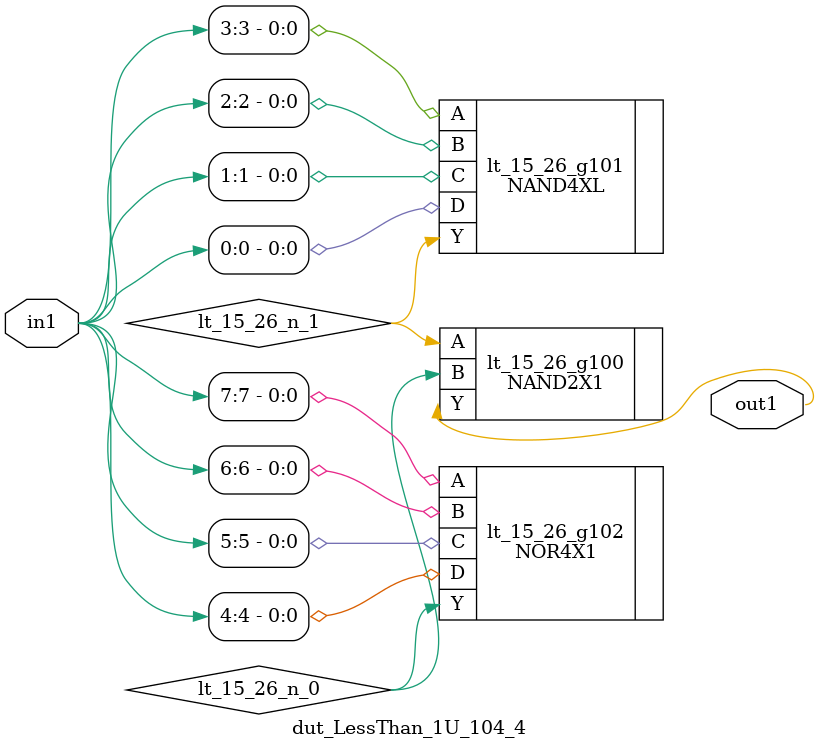
<source format=v>
`timescale 1ps / 1ps


module dut_LessThan_1U_104_4(in1, out1);
  input [7:0] in1;
  output out1;
  wire [7:0] in1;
  wire out1;
  wire lt_15_26_n_0, lt_15_26_n_1;
  NAND2X1 lt_15_26_g100(.A (lt_15_26_n_1), .B (lt_15_26_n_0), .Y
       (out1));
  NAND4XL lt_15_26_g101(.A (in1[3]), .B (in1[2]), .C (in1[1]), .D
       (in1[0]), .Y (lt_15_26_n_1));
  NOR4X1 lt_15_26_g102(.A (in1[7]), .B (in1[6]), .C (in1[5]), .D
       (in1[4]), .Y (lt_15_26_n_0));
endmodule



</source>
